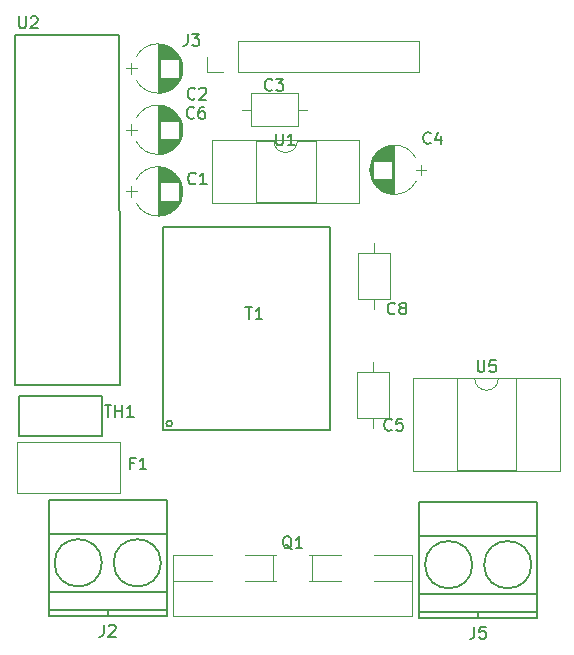
<source format=gto>
G04 #@! TF.GenerationSoftware,KiCad,Pcbnew,5.1.6-c6e7f7d~87~ubuntu18.04.1*
G04 #@! TF.CreationDate,2020-10-10T14:26:16+05:30*
G04 #@! TF.ProjectId,BackEnd_HeavyDevice_v1,4261636b-456e-4645-9f48-656176794465,rev?*
G04 #@! TF.SameCoordinates,Original*
G04 #@! TF.FileFunction,Legend,Top*
G04 #@! TF.FilePolarity,Positive*
%FSLAX46Y46*%
G04 Gerber Fmt 4.6, Leading zero omitted, Abs format (unit mm)*
G04 Created by KiCad (PCBNEW 5.1.6-c6e7f7d~87~ubuntu18.04.1) date 2020-10-10 14:26:16*
%MOMM*%
%LPD*%
G01*
G04 APERTURE LIST*
%ADD10C,0.120000*%
%ADD11C,0.150000*%
%ADD12C,0.200000*%
G04 APERTURE END LIST*
D10*
X116911000Y-99844000D02*
X116911000Y-100744000D01*
X116461000Y-100294000D02*
X117361000Y-100294000D01*
X121242000Y-100129000D02*
X121242000Y-100459000D01*
X121202000Y-99879000D02*
X121202000Y-100709000D01*
X121162000Y-99727000D02*
X121162000Y-100861000D01*
X121122000Y-99608000D02*
X121122000Y-100980000D01*
X121082000Y-99508000D02*
X121082000Y-101080000D01*
X121042000Y-99420000D02*
X121042000Y-101168000D01*
X121002000Y-99342000D02*
X121002000Y-101246000D01*
X120962000Y-99271000D02*
X120962000Y-101317000D01*
X120922000Y-101074000D02*
X120922000Y-101382000D01*
X120922000Y-99206000D02*
X120922000Y-99514000D01*
X120882000Y-101074000D02*
X120882000Y-101442000D01*
X120882000Y-99146000D02*
X120882000Y-99514000D01*
X120842000Y-101074000D02*
X120842000Y-101498000D01*
X120842000Y-99090000D02*
X120842000Y-99514000D01*
X120802000Y-101074000D02*
X120802000Y-101550000D01*
X120802000Y-99038000D02*
X120802000Y-99514000D01*
X120762000Y-101074000D02*
X120762000Y-101599000D01*
X120762000Y-98989000D02*
X120762000Y-99514000D01*
X120722000Y-101074000D02*
X120722000Y-101645000D01*
X120722000Y-98943000D02*
X120722000Y-99514000D01*
X120682000Y-101074000D02*
X120682000Y-101689000D01*
X120682000Y-98899000D02*
X120682000Y-99514000D01*
X120642000Y-101074000D02*
X120642000Y-101730000D01*
X120642000Y-98858000D02*
X120642000Y-99514000D01*
X120602000Y-101074000D02*
X120602000Y-101769000D01*
X120602000Y-98819000D02*
X120602000Y-99514000D01*
X120562000Y-101074000D02*
X120562000Y-101806000D01*
X120562000Y-98782000D02*
X120562000Y-99514000D01*
X120522000Y-101074000D02*
X120522000Y-101841000D01*
X120522000Y-98747000D02*
X120522000Y-99514000D01*
X120482000Y-101074000D02*
X120482000Y-101875000D01*
X120482000Y-98713000D02*
X120482000Y-99514000D01*
X120442000Y-101074000D02*
X120442000Y-101907000D01*
X120442000Y-98681000D02*
X120442000Y-99514000D01*
X120402000Y-101074000D02*
X120402000Y-101937000D01*
X120402000Y-98651000D02*
X120402000Y-99514000D01*
X120362000Y-101074000D02*
X120362000Y-101966000D01*
X120362000Y-98622000D02*
X120362000Y-99514000D01*
X120322000Y-101074000D02*
X120322000Y-101993000D01*
X120322000Y-98595000D02*
X120322000Y-99514000D01*
X120282000Y-101074000D02*
X120282000Y-102019000D01*
X120282000Y-98569000D02*
X120282000Y-99514000D01*
X120242000Y-101074000D02*
X120242000Y-102044000D01*
X120242000Y-98544000D02*
X120242000Y-99514000D01*
X120202000Y-101074000D02*
X120202000Y-102067000D01*
X120202000Y-98521000D02*
X120202000Y-99514000D01*
X120162000Y-101074000D02*
X120162000Y-102090000D01*
X120162000Y-98498000D02*
X120162000Y-99514000D01*
X120122000Y-101074000D02*
X120122000Y-102111000D01*
X120122000Y-98477000D02*
X120122000Y-99514000D01*
X120082000Y-101074000D02*
X120082000Y-102131000D01*
X120082000Y-98457000D02*
X120082000Y-99514000D01*
X120042000Y-101074000D02*
X120042000Y-102150000D01*
X120042000Y-98438000D02*
X120042000Y-99514000D01*
X120002000Y-101074000D02*
X120002000Y-102168000D01*
X120002000Y-98420000D02*
X120002000Y-99514000D01*
X119962000Y-101074000D02*
X119962000Y-102185000D01*
X119962000Y-98403000D02*
X119962000Y-99514000D01*
X119922000Y-101074000D02*
X119922000Y-102201000D01*
X119922000Y-98387000D02*
X119922000Y-99514000D01*
X119882000Y-101074000D02*
X119882000Y-102217000D01*
X119882000Y-98371000D02*
X119882000Y-99514000D01*
X119841000Y-101074000D02*
X119841000Y-102231000D01*
X119841000Y-98357000D02*
X119841000Y-99514000D01*
X119801000Y-101074000D02*
X119801000Y-102244000D01*
X119801000Y-98344000D02*
X119801000Y-99514000D01*
X119761000Y-101074000D02*
X119761000Y-102257000D01*
X119761000Y-98331000D02*
X119761000Y-99514000D01*
X119721000Y-101074000D02*
X119721000Y-102268000D01*
X119721000Y-98320000D02*
X119721000Y-99514000D01*
X119681000Y-101074000D02*
X119681000Y-102279000D01*
X119681000Y-98309000D02*
X119681000Y-99514000D01*
X119641000Y-101074000D02*
X119641000Y-102289000D01*
X119641000Y-98299000D02*
X119641000Y-99514000D01*
X119601000Y-101074000D02*
X119601000Y-102298000D01*
X119601000Y-98290000D02*
X119601000Y-99514000D01*
X119561000Y-101074000D02*
X119561000Y-102306000D01*
X119561000Y-98282000D02*
X119561000Y-99514000D01*
X119521000Y-101074000D02*
X119521000Y-102313000D01*
X119521000Y-98275000D02*
X119521000Y-99514000D01*
X119481000Y-101074000D02*
X119481000Y-102320000D01*
X119481000Y-98268000D02*
X119481000Y-99514000D01*
X119441000Y-101074000D02*
X119441000Y-102326000D01*
X119441000Y-98262000D02*
X119441000Y-99514000D01*
X119401000Y-101074000D02*
X119401000Y-102331000D01*
X119401000Y-98257000D02*
X119401000Y-99514000D01*
X119361000Y-98253000D02*
X119361000Y-102335000D01*
X119321000Y-98250000D02*
X119321000Y-102338000D01*
X119281000Y-98247000D02*
X119281000Y-102341000D01*
X119241000Y-98245000D02*
X119241000Y-102343000D01*
X119201000Y-98244000D02*
X119201000Y-102344000D01*
X119161000Y-98244000D02*
X119161000Y-102344000D01*
X121007436Y-101273170D02*
G75*
G03*
X121006996Y-99314000I-1846436J979170D01*
G01*
X121007436Y-101273170D02*
G75*
G02*
X117315004Y-101274000I-1846436J979170D01*
G01*
X121007436Y-99314830D02*
G75*
G03*
X117315004Y-99314000I-1846436J-979170D01*
G01*
X116916000Y-89443100D02*
X116916000Y-90343100D01*
X116466000Y-89893100D02*
X117366000Y-89893100D01*
X121247000Y-89728100D02*
X121247000Y-90058100D01*
X121207000Y-89478100D02*
X121207000Y-90308100D01*
X121167000Y-89326100D02*
X121167000Y-90460100D01*
X121127000Y-89207100D02*
X121127000Y-90579100D01*
X121087000Y-89107100D02*
X121087000Y-90679100D01*
X121047000Y-89019100D02*
X121047000Y-90767100D01*
X121007000Y-88941100D02*
X121007000Y-90845100D01*
X120967000Y-88870100D02*
X120967000Y-90916100D01*
X120927000Y-90673100D02*
X120927000Y-90981100D01*
X120927000Y-88805100D02*
X120927000Y-89113100D01*
X120887000Y-90673100D02*
X120887000Y-91041100D01*
X120887000Y-88745100D02*
X120887000Y-89113100D01*
X120847000Y-90673100D02*
X120847000Y-91097100D01*
X120847000Y-88689100D02*
X120847000Y-89113100D01*
X120807000Y-90673100D02*
X120807000Y-91149100D01*
X120807000Y-88637100D02*
X120807000Y-89113100D01*
X120767000Y-90673100D02*
X120767000Y-91198100D01*
X120767000Y-88588100D02*
X120767000Y-89113100D01*
X120727000Y-90673100D02*
X120727000Y-91244100D01*
X120727000Y-88542100D02*
X120727000Y-89113100D01*
X120687000Y-90673100D02*
X120687000Y-91288100D01*
X120687000Y-88498100D02*
X120687000Y-89113100D01*
X120647000Y-90673100D02*
X120647000Y-91329100D01*
X120647000Y-88457100D02*
X120647000Y-89113100D01*
X120607000Y-90673100D02*
X120607000Y-91368100D01*
X120607000Y-88418100D02*
X120607000Y-89113100D01*
X120567000Y-90673100D02*
X120567000Y-91405100D01*
X120567000Y-88381100D02*
X120567000Y-89113100D01*
X120527000Y-90673100D02*
X120527000Y-91440100D01*
X120527000Y-88346100D02*
X120527000Y-89113100D01*
X120487000Y-90673100D02*
X120487000Y-91474100D01*
X120487000Y-88312100D02*
X120487000Y-89113100D01*
X120447000Y-90673100D02*
X120447000Y-91506100D01*
X120447000Y-88280100D02*
X120447000Y-89113100D01*
X120407000Y-90673100D02*
X120407000Y-91536100D01*
X120407000Y-88250100D02*
X120407000Y-89113100D01*
X120367000Y-90673100D02*
X120367000Y-91565100D01*
X120367000Y-88221100D02*
X120367000Y-89113100D01*
X120327000Y-90673100D02*
X120327000Y-91592100D01*
X120327000Y-88194100D02*
X120327000Y-89113100D01*
X120287000Y-90673100D02*
X120287000Y-91618100D01*
X120287000Y-88168100D02*
X120287000Y-89113100D01*
X120247000Y-90673100D02*
X120247000Y-91643100D01*
X120247000Y-88143100D02*
X120247000Y-89113100D01*
X120207000Y-90673100D02*
X120207000Y-91666100D01*
X120207000Y-88120100D02*
X120207000Y-89113100D01*
X120167000Y-90673100D02*
X120167000Y-91689100D01*
X120167000Y-88097100D02*
X120167000Y-89113100D01*
X120127000Y-90673100D02*
X120127000Y-91710100D01*
X120127000Y-88076100D02*
X120127000Y-89113100D01*
X120087000Y-90673100D02*
X120087000Y-91730100D01*
X120087000Y-88056100D02*
X120087000Y-89113100D01*
X120047000Y-90673100D02*
X120047000Y-91749100D01*
X120047000Y-88037100D02*
X120047000Y-89113100D01*
X120007000Y-90673100D02*
X120007000Y-91767100D01*
X120007000Y-88019100D02*
X120007000Y-89113100D01*
X119967000Y-90673100D02*
X119967000Y-91784100D01*
X119967000Y-88002100D02*
X119967000Y-89113100D01*
X119927000Y-90673100D02*
X119927000Y-91800100D01*
X119927000Y-87986100D02*
X119927000Y-89113100D01*
X119887000Y-90673100D02*
X119887000Y-91816100D01*
X119887000Y-87970100D02*
X119887000Y-89113100D01*
X119846000Y-90673100D02*
X119846000Y-91830100D01*
X119846000Y-87956100D02*
X119846000Y-89113100D01*
X119806000Y-90673100D02*
X119806000Y-91843100D01*
X119806000Y-87943100D02*
X119806000Y-89113100D01*
X119766000Y-90673100D02*
X119766000Y-91856100D01*
X119766000Y-87930100D02*
X119766000Y-89113100D01*
X119726000Y-90673100D02*
X119726000Y-91867100D01*
X119726000Y-87919100D02*
X119726000Y-89113100D01*
X119686000Y-90673100D02*
X119686000Y-91878100D01*
X119686000Y-87908100D02*
X119686000Y-89113100D01*
X119646000Y-90673100D02*
X119646000Y-91888100D01*
X119646000Y-87898100D02*
X119646000Y-89113100D01*
X119606000Y-90673100D02*
X119606000Y-91897100D01*
X119606000Y-87889100D02*
X119606000Y-89113100D01*
X119566000Y-90673100D02*
X119566000Y-91905100D01*
X119566000Y-87881100D02*
X119566000Y-89113100D01*
X119526000Y-90673100D02*
X119526000Y-91912100D01*
X119526000Y-87874100D02*
X119526000Y-89113100D01*
X119486000Y-90673100D02*
X119486000Y-91919100D01*
X119486000Y-87867100D02*
X119486000Y-89113100D01*
X119446000Y-90673100D02*
X119446000Y-91925100D01*
X119446000Y-87861100D02*
X119446000Y-89113100D01*
X119406000Y-90673100D02*
X119406000Y-91930100D01*
X119406000Y-87856100D02*
X119406000Y-89113100D01*
X119366000Y-87852100D02*
X119366000Y-91934100D01*
X119326000Y-87849100D02*
X119326000Y-91937100D01*
X119286000Y-87846100D02*
X119286000Y-91940100D01*
X119246000Y-87844100D02*
X119246000Y-91942100D01*
X119206000Y-87843100D02*
X119206000Y-91943100D01*
X119166000Y-87843100D02*
X119166000Y-91943100D01*
X121012436Y-90872270D02*
G75*
G03*
X121011996Y-88913100I-1846436J979170D01*
G01*
X121012436Y-90872270D02*
G75*
G02*
X117320004Y-90873100I-1846436J979170D01*
G01*
X121012436Y-88913930D02*
G75*
G03*
X117320004Y-88913100I-1846436J-979170D01*
G01*
X127081000Y-92010400D02*
X127081000Y-94730400D01*
X127081000Y-94730400D02*
X131001000Y-94730400D01*
X131001000Y-94730400D02*
X131001000Y-92010400D01*
X131001000Y-92010400D02*
X127081000Y-92010400D01*
X126271000Y-93370400D02*
X127081000Y-93370400D01*
X131811000Y-93370400D02*
X131001000Y-93370400D01*
X139178000Y-100523300D02*
X139178000Y-96423300D01*
X139138000Y-100523300D02*
X139138000Y-96423300D01*
X139098000Y-100522300D02*
X139098000Y-96424300D01*
X139058000Y-100520300D02*
X139058000Y-96426300D01*
X139018000Y-100517300D02*
X139018000Y-96429300D01*
X138978000Y-100514300D02*
X138978000Y-96432300D01*
X138938000Y-100510300D02*
X138938000Y-99253300D01*
X138938000Y-97693300D02*
X138938000Y-96436300D01*
X138898000Y-100505300D02*
X138898000Y-99253300D01*
X138898000Y-97693300D02*
X138898000Y-96441300D01*
X138858000Y-100499300D02*
X138858000Y-99253300D01*
X138858000Y-97693300D02*
X138858000Y-96447300D01*
X138818000Y-100492300D02*
X138818000Y-99253300D01*
X138818000Y-97693300D02*
X138818000Y-96454300D01*
X138778000Y-100485300D02*
X138778000Y-99253300D01*
X138778000Y-97693300D02*
X138778000Y-96461300D01*
X138738000Y-100477300D02*
X138738000Y-99253300D01*
X138738000Y-97693300D02*
X138738000Y-96469300D01*
X138698000Y-100468300D02*
X138698000Y-99253300D01*
X138698000Y-97693300D02*
X138698000Y-96478300D01*
X138658000Y-100458300D02*
X138658000Y-99253300D01*
X138658000Y-97693300D02*
X138658000Y-96488300D01*
X138618000Y-100447300D02*
X138618000Y-99253300D01*
X138618000Y-97693300D02*
X138618000Y-96499300D01*
X138578000Y-100436300D02*
X138578000Y-99253300D01*
X138578000Y-97693300D02*
X138578000Y-96510300D01*
X138538000Y-100423300D02*
X138538000Y-99253300D01*
X138538000Y-97693300D02*
X138538000Y-96523300D01*
X138498000Y-100410300D02*
X138498000Y-99253300D01*
X138498000Y-97693300D02*
X138498000Y-96536300D01*
X138457000Y-100396300D02*
X138457000Y-99253300D01*
X138457000Y-97693300D02*
X138457000Y-96550300D01*
X138417000Y-100380300D02*
X138417000Y-99253300D01*
X138417000Y-97693300D02*
X138417000Y-96566300D01*
X138377000Y-100364300D02*
X138377000Y-99253300D01*
X138377000Y-97693300D02*
X138377000Y-96582300D01*
X138337000Y-100347300D02*
X138337000Y-99253300D01*
X138337000Y-97693300D02*
X138337000Y-96599300D01*
X138297000Y-100329300D02*
X138297000Y-99253300D01*
X138297000Y-97693300D02*
X138297000Y-96617300D01*
X138257000Y-100310300D02*
X138257000Y-99253300D01*
X138257000Y-97693300D02*
X138257000Y-96636300D01*
X138217000Y-100290300D02*
X138217000Y-99253300D01*
X138217000Y-97693300D02*
X138217000Y-96656300D01*
X138177000Y-100269300D02*
X138177000Y-99253300D01*
X138177000Y-97693300D02*
X138177000Y-96677300D01*
X138137000Y-100246300D02*
X138137000Y-99253300D01*
X138137000Y-97693300D02*
X138137000Y-96700300D01*
X138097000Y-100223300D02*
X138097000Y-99253300D01*
X138097000Y-97693300D02*
X138097000Y-96723300D01*
X138057000Y-100198300D02*
X138057000Y-99253300D01*
X138057000Y-97693300D02*
X138057000Y-96748300D01*
X138017000Y-100172300D02*
X138017000Y-99253300D01*
X138017000Y-97693300D02*
X138017000Y-96774300D01*
X137977000Y-100145300D02*
X137977000Y-99253300D01*
X137977000Y-97693300D02*
X137977000Y-96801300D01*
X137937000Y-100116300D02*
X137937000Y-99253300D01*
X137937000Y-97693300D02*
X137937000Y-96830300D01*
X137897000Y-100086300D02*
X137897000Y-99253300D01*
X137897000Y-97693300D02*
X137897000Y-96860300D01*
X137857000Y-100054300D02*
X137857000Y-99253300D01*
X137857000Y-97693300D02*
X137857000Y-96892300D01*
X137817000Y-100020300D02*
X137817000Y-99253300D01*
X137817000Y-97693300D02*
X137817000Y-96926300D01*
X137777000Y-99985300D02*
X137777000Y-99253300D01*
X137777000Y-97693300D02*
X137777000Y-96961300D01*
X137737000Y-99948300D02*
X137737000Y-99253300D01*
X137737000Y-97693300D02*
X137737000Y-96998300D01*
X137697000Y-99909300D02*
X137697000Y-99253300D01*
X137697000Y-97693300D02*
X137697000Y-97037300D01*
X137657000Y-99868300D02*
X137657000Y-99253300D01*
X137657000Y-97693300D02*
X137657000Y-97078300D01*
X137617000Y-99824300D02*
X137617000Y-99253300D01*
X137617000Y-97693300D02*
X137617000Y-97122300D01*
X137577000Y-99778300D02*
X137577000Y-99253300D01*
X137577000Y-97693300D02*
X137577000Y-97168300D01*
X137537000Y-99729300D02*
X137537000Y-99253300D01*
X137537000Y-97693300D02*
X137537000Y-97217300D01*
X137497000Y-99677300D02*
X137497000Y-99253300D01*
X137497000Y-97693300D02*
X137497000Y-97269300D01*
X137457000Y-99621300D02*
X137457000Y-99253300D01*
X137457000Y-97693300D02*
X137457000Y-97325300D01*
X137417000Y-99561300D02*
X137417000Y-99253300D01*
X137417000Y-97693300D02*
X137417000Y-97385300D01*
X137377000Y-99496300D02*
X137377000Y-97450300D01*
X137337000Y-99425300D02*
X137337000Y-97521300D01*
X137297000Y-99347300D02*
X137297000Y-97599300D01*
X137257000Y-99259300D02*
X137257000Y-97687300D01*
X137217000Y-99159300D02*
X137217000Y-97787300D01*
X137177000Y-99040300D02*
X137177000Y-97906300D01*
X137137000Y-98888300D02*
X137137000Y-98058300D01*
X137097000Y-98638300D02*
X137097000Y-98308300D01*
X141878000Y-98473300D02*
X140978000Y-98473300D01*
X141428000Y-98923300D02*
X141428000Y-98023300D01*
X137331564Y-99452470D02*
G75*
G03*
X141023996Y-99453300I1846436J979170D01*
G01*
X137331564Y-97494130D02*
G75*
G02*
X141023996Y-97493300I1846436J-979170D01*
G01*
X137331564Y-97494130D02*
G75*
G03*
X137332004Y-99453300I1846436J-979170D01*
G01*
X137350000Y-114760000D02*
X137350000Y-115570000D01*
X137350000Y-120300000D02*
X137350000Y-119490000D01*
X135990000Y-115570000D02*
X135990000Y-119490000D01*
X138710000Y-115570000D02*
X135990000Y-115570000D01*
X138710000Y-119490000D02*
X138710000Y-115570000D01*
X135990000Y-119490000D02*
X138710000Y-119490000D01*
X119166000Y-93029800D02*
X119166000Y-97129800D01*
X119206000Y-93029800D02*
X119206000Y-97129800D01*
X119246000Y-93030800D02*
X119246000Y-97128800D01*
X119286000Y-93032800D02*
X119286000Y-97126800D01*
X119326000Y-93035800D02*
X119326000Y-97123800D01*
X119366000Y-93038800D02*
X119366000Y-97120800D01*
X119406000Y-93042800D02*
X119406000Y-94299800D01*
X119406000Y-95859800D02*
X119406000Y-97116800D01*
X119446000Y-93047800D02*
X119446000Y-94299800D01*
X119446000Y-95859800D02*
X119446000Y-97111800D01*
X119486000Y-93053800D02*
X119486000Y-94299800D01*
X119486000Y-95859800D02*
X119486000Y-97105800D01*
X119526000Y-93060800D02*
X119526000Y-94299800D01*
X119526000Y-95859800D02*
X119526000Y-97098800D01*
X119566000Y-93067800D02*
X119566000Y-94299800D01*
X119566000Y-95859800D02*
X119566000Y-97091800D01*
X119606000Y-93075800D02*
X119606000Y-94299800D01*
X119606000Y-95859800D02*
X119606000Y-97083800D01*
X119646000Y-93084800D02*
X119646000Y-94299800D01*
X119646000Y-95859800D02*
X119646000Y-97074800D01*
X119686000Y-93094800D02*
X119686000Y-94299800D01*
X119686000Y-95859800D02*
X119686000Y-97064800D01*
X119726000Y-93105800D02*
X119726000Y-94299800D01*
X119726000Y-95859800D02*
X119726000Y-97053800D01*
X119766000Y-93116800D02*
X119766000Y-94299800D01*
X119766000Y-95859800D02*
X119766000Y-97042800D01*
X119806000Y-93129800D02*
X119806000Y-94299800D01*
X119806000Y-95859800D02*
X119806000Y-97029800D01*
X119846000Y-93142800D02*
X119846000Y-94299800D01*
X119846000Y-95859800D02*
X119846000Y-97016800D01*
X119887000Y-93156800D02*
X119887000Y-94299800D01*
X119887000Y-95859800D02*
X119887000Y-97002800D01*
X119927000Y-93172800D02*
X119927000Y-94299800D01*
X119927000Y-95859800D02*
X119927000Y-96986800D01*
X119967000Y-93188800D02*
X119967000Y-94299800D01*
X119967000Y-95859800D02*
X119967000Y-96970800D01*
X120007000Y-93205800D02*
X120007000Y-94299800D01*
X120007000Y-95859800D02*
X120007000Y-96953800D01*
X120047000Y-93223800D02*
X120047000Y-94299800D01*
X120047000Y-95859800D02*
X120047000Y-96935800D01*
X120087000Y-93242800D02*
X120087000Y-94299800D01*
X120087000Y-95859800D02*
X120087000Y-96916800D01*
X120127000Y-93262800D02*
X120127000Y-94299800D01*
X120127000Y-95859800D02*
X120127000Y-96896800D01*
X120167000Y-93283800D02*
X120167000Y-94299800D01*
X120167000Y-95859800D02*
X120167000Y-96875800D01*
X120207000Y-93306800D02*
X120207000Y-94299800D01*
X120207000Y-95859800D02*
X120207000Y-96852800D01*
X120247000Y-93329800D02*
X120247000Y-94299800D01*
X120247000Y-95859800D02*
X120247000Y-96829800D01*
X120287000Y-93354800D02*
X120287000Y-94299800D01*
X120287000Y-95859800D02*
X120287000Y-96804800D01*
X120327000Y-93380800D02*
X120327000Y-94299800D01*
X120327000Y-95859800D02*
X120327000Y-96778800D01*
X120367000Y-93407800D02*
X120367000Y-94299800D01*
X120367000Y-95859800D02*
X120367000Y-96751800D01*
X120407000Y-93436800D02*
X120407000Y-94299800D01*
X120407000Y-95859800D02*
X120407000Y-96722800D01*
X120447000Y-93466800D02*
X120447000Y-94299800D01*
X120447000Y-95859800D02*
X120447000Y-96692800D01*
X120487000Y-93498800D02*
X120487000Y-94299800D01*
X120487000Y-95859800D02*
X120487000Y-96660800D01*
X120527000Y-93532800D02*
X120527000Y-94299800D01*
X120527000Y-95859800D02*
X120527000Y-96626800D01*
X120567000Y-93567800D02*
X120567000Y-94299800D01*
X120567000Y-95859800D02*
X120567000Y-96591800D01*
X120607000Y-93604800D02*
X120607000Y-94299800D01*
X120607000Y-95859800D02*
X120607000Y-96554800D01*
X120647000Y-93643800D02*
X120647000Y-94299800D01*
X120647000Y-95859800D02*
X120647000Y-96515800D01*
X120687000Y-93684800D02*
X120687000Y-94299800D01*
X120687000Y-95859800D02*
X120687000Y-96474800D01*
X120727000Y-93728800D02*
X120727000Y-94299800D01*
X120727000Y-95859800D02*
X120727000Y-96430800D01*
X120767000Y-93774800D02*
X120767000Y-94299800D01*
X120767000Y-95859800D02*
X120767000Y-96384800D01*
X120807000Y-93823800D02*
X120807000Y-94299800D01*
X120807000Y-95859800D02*
X120807000Y-96335800D01*
X120847000Y-93875800D02*
X120847000Y-94299800D01*
X120847000Y-95859800D02*
X120847000Y-96283800D01*
X120887000Y-93931800D02*
X120887000Y-94299800D01*
X120887000Y-95859800D02*
X120887000Y-96227800D01*
X120927000Y-93991800D02*
X120927000Y-94299800D01*
X120927000Y-95859800D02*
X120927000Y-96167800D01*
X120967000Y-94056800D02*
X120967000Y-96102800D01*
X121007000Y-94127800D02*
X121007000Y-96031800D01*
X121047000Y-94205800D02*
X121047000Y-95953800D01*
X121087000Y-94293800D02*
X121087000Y-95865800D01*
X121127000Y-94393800D02*
X121127000Y-95765800D01*
X121167000Y-94512800D02*
X121167000Y-95646800D01*
X121207000Y-94664800D02*
X121207000Y-95494800D01*
X121247000Y-94914800D02*
X121247000Y-95244800D01*
X116466000Y-95079800D02*
X117366000Y-95079800D01*
X116916000Y-94629800D02*
X116916000Y-95529800D01*
X121012436Y-94100630D02*
G75*
G03*
X117320004Y-94099800I-1846436J-979170D01*
G01*
X121012436Y-96058970D02*
G75*
G02*
X117320004Y-96059800I-1846436J979170D01*
G01*
X121012436Y-96058970D02*
G75*
G03*
X121011996Y-94099800I-1846436J979170D01*
G01*
X137427000Y-104694000D02*
X137427000Y-105504000D01*
X137427000Y-110234000D02*
X137427000Y-109424000D01*
X136067000Y-105504000D02*
X136067000Y-109424000D01*
X138787000Y-105504000D02*
X136067000Y-105504000D01*
X138787000Y-109424000D02*
X138787000Y-105504000D01*
X136067000Y-109424000D02*
X138787000Y-109424000D01*
X107205000Y-121558000D02*
X115945000Y-121558000D01*
X107205000Y-121558000D02*
X107205000Y-125798000D01*
X115945000Y-125798000D02*
X115945000Y-121558000D01*
X115945000Y-125798000D02*
X107205000Y-125798000D01*
D11*
X114418000Y-131748000D02*
G75*
G03*
X114418000Y-131748000I-2000000J0D01*
G01*
X119418000Y-131748000D02*
G75*
G03*
X119418000Y-131748000I-2000000J0D01*
G01*
X109918000Y-126448000D02*
X109918000Y-136248000D01*
X119918000Y-126448000D02*
X109918000Y-126448000D01*
X119918000Y-136248000D02*
X119918000Y-126448000D01*
X109918000Y-136248000D02*
X119918000Y-136248000D01*
X109918000Y-135748000D02*
X119918000Y-135748000D01*
X109918000Y-129348000D02*
X119918000Y-129348000D01*
X109918000Y-134248000D02*
X119918000Y-134248000D01*
X114918000Y-135748000D02*
X114918000Y-136248000D01*
D10*
X123333000Y-90232500D02*
X123333000Y-88902500D01*
X124663000Y-90232500D02*
X123333000Y-90232500D01*
X125933000Y-90232500D02*
X125933000Y-87572500D01*
X125933000Y-87572500D02*
X141233000Y-87572500D01*
X125933000Y-90232500D02*
X141233000Y-90232500D01*
X141233000Y-90232500D02*
X141233000Y-87572500D01*
D11*
X146284000Y-135903000D02*
X146284000Y-136403000D01*
X141284000Y-134403000D02*
X151284000Y-134403000D01*
X141284000Y-129503000D02*
X151284000Y-129503000D01*
X141284000Y-135903000D02*
X151284000Y-135903000D01*
X141284000Y-136403000D02*
X151284000Y-136403000D01*
X151284000Y-136403000D02*
X151284000Y-126603000D01*
X151284000Y-126603000D02*
X141284000Y-126603000D01*
X141284000Y-126603000D02*
X141284000Y-136403000D01*
X150784000Y-131903000D02*
G75*
G03*
X150784000Y-131903000I-2000000J0D01*
G01*
X145784000Y-131903000D02*
G75*
G03*
X145784000Y-131903000I-2000000J0D01*
G01*
D10*
X120466000Y-131047000D02*
X123736000Y-131047000D01*
X126536000Y-131047000D02*
X129187000Y-131047000D01*
X131986000Y-131047000D02*
X134636000Y-131047000D01*
X137436000Y-131047000D02*
X140706000Y-131047000D01*
X120466000Y-136288000D02*
X140706000Y-136288000D01*
X120466000Y-131047000D02*
X120466000Y-136288000D01*
X140706000Y-131047000D02*
X140706000Y-136288000D01*
X120466000Y-133288000D02*
X123736000Y-133288000D01*
X126536000Y-133288000D02*
X129187000Y-133288000D01*
X131986000Y-133288000D02*
X134636000Y-133288000D01*
X137436000Y-133288000D02*
X140706000Y-133288000D01*
X128936000Y-131047000D02*
X128936000Y-133288000D01*
X132236000Y-131047000D02*
X132236000Y-133288000D01*
D11*
X119571000Y-120476000D02*
X133751000Y-120466000D01*
X133751000Y-120466000D02*
X133761000Y-103326000D01*
X133761000Y-103326000D02*
X119581000Y-103316000D01*
X119581000Y-103316000D02*
X119571000Y-120436000D01*
X119571000Y-120436000D02*
X119561000Y-120436000D01*
X119561000Y-120436000D02*
X119571000Y-120436000D01*
X119571000Y-120436000D02*
X119561000Y-120436000D01*
D12*
X120371000Y-119956000D02*
G75*
G03*
X120371000Y-119956000I-250000J0D01*
G01*
D11*
X107400000Y-117586000D02*
X107400000Y-120986000D01*
X114400000Y-117586000D02*
X114400000Y-120986000D01*
X107400000Y-117586000D02*
X114400000Y-117586000D01*
X107400000Y-120986000D02*
X114400000Y-120986000D01*
D10*
X136214000Y-95940300D02*
X123744000Y-95940300D01*
X136214000Y-101260300D02*
X136214000Y-95940300D01*
X123744000Y-101260300D02*
X136214000Y-101260300D01*
X123744000Y-95940300D02*
X123744000Y-101260300D01*
X132514000Y-96000300D02*
X130979000Y-96000300D01*
X132514000Y-101200300D02*
X132514000Y-96000300D01*
X127444000Y-101200300D02*
X132514000Y-101200300D01*
X127444000Y-96000300D02*
X127444000Y-101200300D01*
X128979000Y-96000300D02*
X127444000Y-96000300D01*
X130979000Y-96000300D02*
G75*
G02*
X128979000Y-96000300I-1000000J0D01*
G01*
D11*
X115841000Y-87030500D02*
X107031000Y-87030500D01*
X115981000Y-116680500D02*
X115841000Y-87030500D01*
X107161000Y-116670500D02*
X115981000Y-116680500D01*
X107031000Y-87030500D02*
X107061000Y-116690500D01*
D10*
X153225000Y-116072000D02*
X140755000Y-116072000D01*
X153225000Y-123932000D02*
X153225000Y-116072000D01*
X140755000Y-123932000D02*
X153225000Y-123932000D01*
X140755000Y-116072000D02*
X140755000Y-123932000D01*
X149525000Y-116132000D02*
X147990000Y-116132000D01*
X149525000Y-123872000D02*
X149525000Y-116132000D01*
X144455000Y-123872000D02*
X149525000Y-123872000D01*
X144455000Y-116132000D02*
X144455000Y-123872000D01*
X145990000Y-116132000D02*
X144455000Y-116132000D01*
X147990000Y-116132000D02*
G75*
G02*
X145990000Y-116132000I-1000000J0D01*
G01*
D11*
X122352973Y-99614822D02*
X122305354Y-99662441D01*
X122162497Y-99710060D01*
X122067259Y-99710060D01*
X121924401Y-99662441D01*
X121829163Y-99567203D01*
X121781544Y-99471965D01*
X121733925Y-99281489D01*
X121733925Y-99138632D01*
X121781544Y-98948156D01*
X121829163Y-98852918D01*
X121924401Y-98757680D01*
X122067259Y-98710060D01*
X122162497Y-98710060D01*
X122305354Y-98757680D01*
X122352973Y-98805299D01*
X123305354Y-99710060D02*
X122733925Y-99710060D01*
X123019640Y-99710060D02*
X123019640Y-98710060D01*
X122924401Y-98852918D01*
X122829163Y-98948156D01*
X122733925Y-98995775D01*
X122307053Y-92429602D02*
X122259434Y-92477221D01*
X122116577Y-92524840D01*
X122021339Y-92524840D01*
X121878481Y-92477221D01*
X121783243Y-92381983D01*
X121735624Y-92286745D01*
X121688005Y-92096269D01*
X121688005Y-91953412D01*
X121735624Y-91762936D01*
X121783243Y-91667698D01*
X121878481Y-91572460D01*
X122021339Y-91524840D01*
X122116577Y-91524840D01*
X122259434Y-91572460D01*
X122307053Y-91620079D01*
X122688005Y-91620079D02*
X122735624Y-91572460D01*
X122830862Y-91524840D01*
X123068958Y-91524840D01*
X123164196Y-91572460D01*
X123211815Y-91620079D01*
X123259434Y-91715317D01*
X123259434Y-91810555D01*
X123211815Y-91953412D01*
X122640386Y-92524840D01*
X123259434Y-92524840D01*
X128837813Y-91675222D02*
X128790194Y-91722841D01*
X128647337Y-91770460D01*
X128552099Y-91770460D01*
X128409241Y-91722841D01*
X128314003Y-91627603D01*
X128266384Y-91532365D01*
X128218765Y-91341889D01*
X128218765Y-91199032D01*
X128266384Y-91008556D01*
X128314003Y-90913318D01*
X128409241Y-90818080D01*
X128552099Y-90770460D01*
X128647337Y-90770460D01*
X128790194Y-90818080D01*
X128837813Y-90865699D01*
X129171146Y-90770460D02*
X129790194Y-90770460D01*
X129456860Y-91151413D01*
X129599718Y-91151413D01*
X129694956Y-91199032D01*
X129742575Y-91246651D01*
X129790194Y-91341889D01*
X129790194Y-91579984D01*
X129742575Y-91675222D01*
X129694956Y-91722841D01*
X129599718Y-91770460D01*
X129314003Y-91770460D01*
X129218765Y-91722841D01*
X129171146Y-91675222D01*
X142254153Y-96193922D02*
X142206534Y-96241541D01*
X142063677Y-96289160D01*
X141968439Y-96289160D01*
X141825581Y-96241541D01*
X141730343Y-96146303D01*
X141682724Y-96051065D01*
X141635105Y-95860589D01*
X141635105Y-95717732D01*
X141682724Y-95527256D01*
X141730343Y-95432018D01*
X141825581Y-95336780D01*
X141968439Y-95289160D01*
X142063677Y-95289160D01*
X142206534Y-95336780D01*
X142254153Y-95384399D01*
X143111296Y-95622494D02*
X143111296Y-96289160D01*
X142873200Y-95241541D02*
X142635105Y-95955827D01*
X143254153Y-95955827D01*
X138951173Y-120463662D02*
X138903554Y-120511281D01*
X138760697Y-120558900D01*
X138665459Y-120558900D01*
X138522601Y-120511281D01*
X138427363Y-120416043D01*
X138379744Y-120320805D01*
X138332125Y-120130329D01*
X138332125Y-119987472D01*
X138379744Y-119796996D01*
X138427363Y-119701758D01*
X138522601Y-119606520D01*
X138665459Y-119558900D01*
X138760697Y-119558900D01*
X138903554Y-119606520D01*
X138951173Y-119654139D01*
X139855935Y-119558900D02*
X139379744Y-119558900D01*
X139332125Y-120035091D01*
X139379744Y-119987472D01*
X139474982Y-119939853D01*
X139713078Y-119939853D01*
X139808316Y-119987472D01*
X139855935Y-120035091D01*
X139903554Y-120130329D01*
X139903554Y-120368424D01*
X139855935Y-120463662D01*
X139808316Y-120511281D01*
X139713078Y-120558900D01*
X139474982Y-120558900D01*
X139379744Y-120511281D01*
X139332125Y-120463662D01*
X122218273Y-94052642D02*
X122170654Y-94100261D01*
X122027797Y-94147880D01*
X121932559Y-94147880D01*
X121789701Y-94100261D01*
X121694463Y-94005023D01*
X121646844Y-93909785D01*
X121599225Y-93719309D01*
X121599225Y-93576452D01*
X121646844Y-93385976D01*
X121694463Y-93290738D01*
X121789701Y-93195500D01*
X121932559Y-93147880D01*
X122027797Y-93147880D01*
X122170654Y-93195500D01*
X122218273Y-93243119D01*
X123075416Y-93147880D02*
X122884940Y-93147880D01*
X122789701Y-93195500D01*
X122742082Y-93243119D01*
X122646844Y-93385976D01*
X122599225Y-93576452D01*
X122599225Y-93957404D01*
X122646844Y-94052642D01*
X122694463Y-94100261D01*
X122789701Y-94147880D01*
X122980178Y-94147880D01*
X123075416Y-94100261D01*
X123123035Y-94052642D01*
X123170654Y-93957404D01*
X123170654Y-93719309D01*
X123123035Y-93624071D01*
X123075416Y-93576452D01*
X122980178Y-93528833D01*
X122789701Y-93528833D01*
X122694463Y-93576452D01*
X122646844Y-93624071D01*
X122599225Y-93719309D01*
X139233913Y-110618642D02*
X139186294Y-110666261D01*
X139043437Y-110713880D01*
X138948199Y-110713880D01*
X138805341Y-110666261D01*
X138710103Y-110571023D01*
X138662484Y-110475785D01*
X138614865Y-110285309D01*
X138614865Y-110142452D01*
X138662484Y-109951976D01*
X138710103Y-109856738D01*
X138805341Y-109761500D01*
X138948199Y-109713880D01*
X139043437Y-109713880D01*
X139186294Y-109761500D01*
X139233913Y-109809119D01*
X139805341Y-110142452D02*
X139710103Y-110094833D01*
X139662484Y-110047214D01*
X139614865Y-109951976D01*
X139614865Y-109904357D01*
X139662484Y-109809119D01*
X139710103Y-109761500D01*
X139805341Y-109713880D01*
X139995818Y-109713880D01*
X140091056Y-109761500D01*
X140138675Y-109809119D01*
X140186294Y-109904357D01*
X140186294Y-109951976D01*
X140138675Y-110047214D01*
X140091056Y-110094833D01*
X139995818Y-110142452D01*
X139805341Y-110142452D01*
X139710103Y-110190071D01*
X139662484Y-110237690D01*
X139614865Y-110332928D01*
X139614865Y-110523404D01*
X139662484Y-110618642D01*
X139710103Y-110666261D01*
X139805341Y-110713880D01*
X139995818Y-110713880D01*
X140091056Y-110666261D01*
X140138675Y-110618642D01*
X140186294Y-110523404D01*
X140186294Y-110332928D01*
X140138675Y-110237690D01*
X140091056Y-110190071D01*
X139995818Y-110142452D01*
X117142086Y-123317011D02*
X116808753Y-123317011D01*
X116808753Y-123840820D02*
X116808753Y-122840820D01*
X117284943Y-122840820D01*
X118189705Y-123840820D02*
X117618277Y-123840820D01*
X117903991Y-123840820D02*
X117903991Y-122840820D01*
X117808753Y-122983678D01*
X117713515Y-123078916D01*
X117618277Y-123126535D01*
X114584666Y-137000380D02*
X114584666Y-137714666D01*
X114537047Y-137857523D01*
X114441809Y-137952761D01*
X114298952Y-138000380D01*
X114203714Y-138000380D01*
X115013238Y-137095619D02*
X115060857Y-137048000D01*
X115156095Y-137000380D01*
X115394190Y-137000380D01*
X115489428Y-137048000D01*
X115537047Y-137095619D01*
X115584666Y-137190857D01*
X115584666Y-137286095D01*
X115537047Y-137428952D01*
X114965619Y-138000380D01*
X115584666Y-138000380D01*
X121677906Y-86973120D02*
X121677906Y-87687406D01*
X121630287Y-87830263D01*
X121535049Y-87925501D01*
X121392192Y-87973120D01*
X121296954Y-87973120D01*
X122058859Y-86973120D02*
X122677906Y-86973120D01*
X122344573Y-87354073D01*
X122487430Y-87354073D01*
X122582668Y-87401692D01*
X122630287Y-87449311D01*
X122677906Y-87544549D01*
X122677906Y-87782644D01*
X122630287Y-87877882D01*
X122582668Y-87925501D01*
X122487430Y-87973120D01*
X122201716Y-87973120D01*
X122106478Y-87925501D01*
X122058859Y-87877882D01*
X145950666Y-137155380D02*
X145950666Y-137869666D01*
X145903047Y-138012523D01*
X145807809Y-138107761D01*
X145664952Y-138155380D01*
X145569714Y-138155380D01*
X146903047Y-137155380D02*
X146426857Y-137155380D01*
X146379238Y-137631571D01*
X146426857Y-137583952D01*
X146522095Y-137536333D01*
X146760190Y-137536333D01*
X146855428Y-137583952D01*
X146903047Y-137631571D01*
X146950666Y-137726809D01*
X146950666Y-137964904D01*
X146903047Y-138060142D01*
X146855428Y-138107761D01*
X146760190Y-138155380D01*
X146522095Y-138155380D01*
X146426857Y-138107761D01*
X146379238Y-138060142D01*
X130490761Y-130595619D02*
X130395523Y-130548000D01*
X130300285Y-130452761D01*
X130157428Y-130309904D01*
X130062190Y-130262285D01*
X129966952Y-130262285D01*
X130014571Y-130500380D02*
X129919333Y-130452761D01*
X129824095Y-130357523D01*
X129776476Y-130167047D01*
X129776476Y-129833714D01*
X129824095Y-129643238D01*
X129919333Y-129548000D01*
X130014571Y-129500380D01*
X130205047Y-129500380D01*
X130300285Y-129548000D01*
X130395523Y-129643238D01*
X130443142Y-129833714D01*
X130443142Y-130167047D01*
X130395523Y-130357523D01*
X130300285Y-130452761D01*
X130205047Y-130500380D01*
X130014571Y-130500380D01*
X131395523Y-130500380D02*
X130824095Y-130500380D01*
X131109809Y-130500380D02*
X131109809Y-129500380D01*
X131014571Y-129643238D01*
X130919333Y-129738476D01*
X130824095Y-129786095D01*
X126579095Y-110108380D02*
X127150523Y-110108380D01*
X126864809Y-111108380D02*
X126864809Y-110108380D01*
X128007666Y-111108380D02*
X127436238Y-111108380D01*
X127721952Y-111108380D02*
X127721952Y-110108380D01*
X127626714Y-110251238D01*
X127531476Y-110346476D01*
X127436238Y-110394095D01*
X114653005Y-118375400D02*
X115224434Y-118375400D01*
X114938720Y-119375400D02*
X114938720Y-118375400D01*
X115557767Y-119375400D02*
X115557767Y-118375400D01*
X115557767Y-118851591D02*
X116129196Y-118851591D01*
X116129196Y-119375400D02*
X116129196Y-118375400D01*
X117129196Y-119375400D02*
X116557767Y-119375400D01*
X116843481Y-119375400D02*
X116843481Y-118375400D01*
X116748243Y-118518258D01*
X116653005Y-118613496D01*
X116557767Y-118661115D01*
X129173915Y-95408540D02*
X129173915Y-96218064D01*
X129221534Y-96313302D01*
X129269153Y-96360921D01*
X129364391Y-96408540D01*
X129554867Y-96408540D01*
X129650105Y-96360921D01*
X129697724Y-96313302D01*
X129745343Y-96218064D01*
X129745343Y-95408540D01*
X130745343Y-96408540D02*
X130173915Y-96408540D01*
X130459629Y-96408540D02*
X130459629Y-95408540D01*
X130364391Y-95551398D01*
X130269153Y-95646636D01*
X130173915Y-95694255D01*
X107411875Y-85487280D02*
X107411875Y-86296804D01*
X107459494Y-86392042D01*
X107507113Y-86439661D01*
X107602351Y-86487280D01*
X107792827Y-86487280D01*
X107888065Y-86439661D01*
X107935684Y-86392042D01*
X107983303Y-86296804D01*
X107983303Y-85487280D01*
X108411875Y-85582519D02*
X108459494Y-85534900D01*
X108554732Y-85487280D01*
X108792827Y-85487280D01*
X108888065Y-85534900D01*
X108935684Y-85582519D01*
X108983303Y-85677757D01*
X108983303Y-85772995D01*
X108935684Y-85915852D01*
X108364256Y-86487280D01*
X108983303Y-86487280D01*
X146228095Y-114584380D02*
X146228095Y-115393904D01*
X146275714Y-115489142D01*
X146323333Y-115536761D01*
X146418571Y-115584380D01*
X146609047Y-115584380D01*
X146704285Y-115536761D01*
X146751904Y-115489142D01*
X146799523Y-115393904D01*
X146799523Y-114584380D01*
X147751904Y-114584380D02*
X147275714Y-114584380D01*
X147228095Y-115060571D01*
X147275714Y-115012952D01*
X147370952Y-114965333D01*
X147609047Y-114965333D01*
X147704285Y-115012952D01*
X147751904Y-115060571D01*
X147799523Y-115155809D01*
X147799523Y-115393904D01*
X147751904Y-115489142D01*
X147704285Y-115536761D01*
X147609047Y-115584380D01*
X147370952Y-115584380D01*
X147275714Y-115536761D01*
X147228095Y-115489142D01*
M02*

</source>
